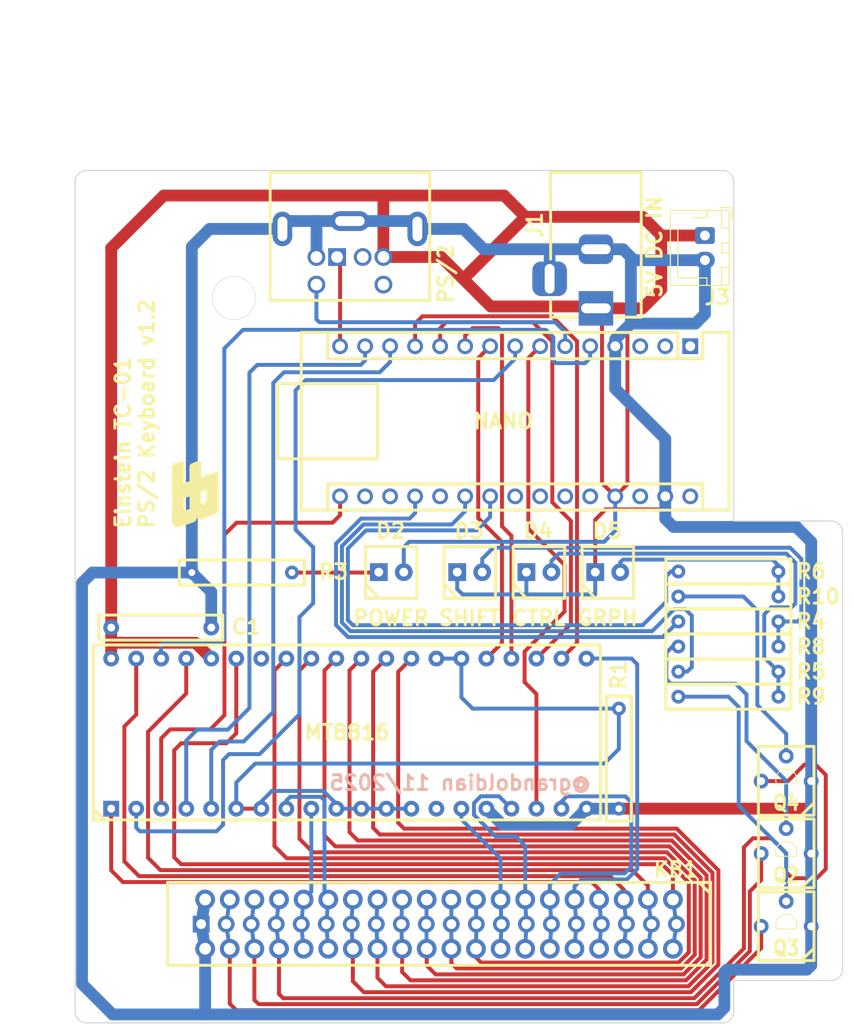
<source format=kicad_pcb>
(kicad_pcb (version 20241229) (generator "pcbnew") (generator_version "9.0")
  (layers (0 "F.Cu" signal) (2 "B.Cu" signal) (13 "F.Paste" user) (15 "B.Paste" user) (5 "F.SilkS" user "F.Silkscreen") (7 "B.SilkS" user "B.Silkscreen") (1 "F.Mask" user) (3 "B.Mask" user) (25 "Edge.Cuts" user))
  (net 0 "")
  (net 1 "GND")
  (net 2 "+5V")
  (net 3 "Net-(D2-K)")
  (net 4 "PS2-DATA")
  (net 6 "PS2-CLK")
  (net 8 "~{CTRL}")
  (net 9 "Y0")
  (net 10 "Y1")
  (net 11 "Y2")
  (net 12 "Y3")
  (net 13 "Y4")
  (net 14 "Y5")
  (net 15 "~{SHIFT}")
  (net 16 "Net-(D3-A)")
  (net 17 "Net-(D4-A)")
  (net 18 "X0")
  (net 19 "X1")
  (net 20 "X2")
  (net 21 "X3")
  (net 22 "X4")
  (net 23 "X5")
  (net 24 "X6")
  (net 25 "X7")
  (net 26 "Y7")
  (net 27 "~{GRPH}")
  (net 28 "Net-(D5-A)")
  (net 29 "Net-(U1-X10)")
  (net 30 "Y6")
  (net 31 "AY2")
  (net 32 "MTDATA")
  (net 33 "AX3")
  (net 34 "AX0")
  (net 35 "GRPH")
  (net 36 "SHIFT")
  (net 37 "CTRL")
  (net 39 "AX1")
  (net 40 "AX2")
  (net 41 "AY0")
  (net 42 "AY1")
  (net 43 "MTSTROBE")
  (net 45 "MTRESET")
  (net 58 "Net-(Q2-B)")
  (net 59 "Net-(Q3-B)")
  (net 60 "Net-(Q4-B)")
  (footprint "Einstein:Resistor 10.16mm" (layer "F.Cu") (at 230.19 103.47 180)
    (property "Reference" "R5")
    (property "Value" "470R")
  )
  (footprint "Einstein:Resistor 10.16mm" (layer "F.Cu") (at 230.19 98.38 180)
    (property "Reference" "R4")
    (property "Value" "470R")
  )
  (footprint "Connector_JST:JST_XH_B2B-XH-AM_1x02_P2.50mm_Vertical" (layer "F.Cu") (at 222.73 59.2 -90)
    (property "Reference" "J3")
    (property "Value" "5V DC IN" (hide yes))
  )
  (footprint "Einstein:BarrelJack_Horizontal" (layer "F.Cu") (at 211.66 66.59 -90)
    (property "Reference" "J1")
    (property "Value" "5V DC IN")
  )
  (footprint "Einstein:Resistor 10.16mm" (layer "F.Cu") (at 230.19 106.01 180)
    (property "Reference" "R9")
    (property "Value" "1K")
  )
  (footprint "Einstein:LED_D3.0mm" (layer "F.Cu") (at 211.59 93.37)
    (property "Reference" "D5")
    (property "Value" "GRPH")
  )
  (footprint "Arduino:Arduino_Nano_WithMountingHoles" (layer "F.Cu") (at 221.24 70.435 -90)
    (property "Reference" "U2" (hide yes))
    (property "Value" "NANO")
  )
  (footprint "Einstein:LED_D3.0mm" (layer "F.Cu") (at 204.6 93.37)
    (property "Reference" "D4")
    (property "Value" "CTRL")
  )
  (footprint "Einstein:Transistor - Box 1 (Leg Rear)" (layer "F.Cu") (at 228.44 129.33)
    (property "Reference" "Q3")
    (property "Value" "BC517")
  )
  (footprint "Einstein:DIP-40_W15.24mm" (layer "F.Cu") (at 162.48 117.39 90)
    (property "Reference" "U1" (hide yes))
    (property "Value" "MT8816")
  )
  (footprint "Einstein:Resistor 10.16mm" (layer "F.Cu") (at 230.19 93.3 180)
    (property "Reference" "R6")
    (property "Value" "470R")
  )
  (footprint "Einstein:Transistor - Box 1 (Leg Rear)" (layer "F.Cu") (at 228.44 121.94)
    (property "Reference" "Q2")
    (property "Value" "BC517")
  )
  (footprint "Einstein:LED_D3.0mm" (layer "F.Cu") (at 197.575 93.37)
    (property "Reference" "D3")
    (property "Value" "SHIFT")
  )
  (footprint "Einstein:LED_D3.0mm" (layer "F.Cu") (at 189.61 93.37)
    (property "Reference" "D2")
    (property "Value" "POWER")
  )
  (footprint "Einstein:Resistor 10.16mm" (layer "F.Cu") (at 180.79 93.41 180)
    (property "Reference" "R3")
    (property "Value" "1K")
  )
  (footprint "Einstein:Transistor - Box 1 (Leg Rear)" (layer "F.Cu") (at 228.44 114.58)
    (property "Reference" "Q4")
    (property "Value" "BC517")
  )
  (footprint "Einstein:Resistor 10.16mm" (layer "F.Cu") (at 213.99 107.22 -90)
    (property "Reference" "R1")
    (property "Value" "10K")
  )
  (footprint "Einstein:Keyboard_Triple" (layer "F.Cu") (at 219.48 126.6 -90)
    (property "Reference" "KB1")
    (property "Value" "COMPUTER INTERFACE")
  )
  (footprint "Einstein:Resistor 10.16mm" (layer "F.Cu") (at 230.19 95.84 180)
    (property "Reference" "R10")
    (property "Value" "1K")
  )
  (footprint "Arduino:Connector_Mini-DIN_Female_6Pin_2rows" (layer "F.Cu") (at 185.38 61.38 180)
    (property "Reference" "J2" (hide yes))
    (property "Value" "PS/2")
  )
  (footprint "Einstein:C_Disc_10.16mm" (layer "F.Cu") (at 162.4425 98.9975)
    (property "Reference" "C1")
    (property "Value" "100nF")
  )
  (footprint "Einstein:BF8" (layer "F.Cu") (at 171.02 85.37 90)
    (property "Reference" "G1" (hide yes))
    (property "Value" "Board Folk Logo" (hide yes))
  )
  (footprint "Einstein:Resistor 10.16mm" (layer "F.Cu") (at 230.19 100.92 180)
    (property "Reference" "R8")
    (property "Value" "1K")
  )
  (gr_line (start 225.66 88.18) (end 235.559956 88.18) (stroke (width 0.1)) (layer "Edge.Cuts"))
  (gr_arc (start 225.65 137.98) (mid 225.316089 138.786133) (end 224.509956 139.120044) (stroke (width 0.1)) (layer "Edge.Cuts"))
  (gr_line (start 225.65 134.819999) (end 225.65 137.98) (stroke (width 0.1)) (layer "Edge.Cuts"))
  (gr_line (start 235.559956 134.820088) (end 225.65 134.819999) (stroke (width 0.1)) (layer "Edge.Cuts"))
  (gr_circle (center 174.9 65.55) (end 177.1 65.55) (stroke (width 0.05)) (fill no) (layer "Edge.Cuts"))
  (gr_arc (start 158.779956 53.730044) (mid 159.113867 52.923911) (end 159.92 52.59) (stroke (width 0.1)) (layer "Edge.Cuts"))
  (gr_arc (start 159.920044 139.120044) (mid 159.113911 138.786133) (end 158.78 137.98) (stroke (width 0.1)) (layer "Edge.Cuts"))
  (gr_line (start 236.7 89.320044) (end 236.699999 133.680044) (stroke (width 0.1)) (layer "Edge.Cuts"))
  (gr_line (start 159.919984 52.59) (end 224.519956 52.59) (stroke (width 0.1)) (layer "Edge.Cuts"))
  (gr_arc (start 235.559956 88.18) (mid 236.366089 88.513911) (end 236.7 89.320044) (stroke (width 0.1)) (layer "Edge.Cuts"))
  (gr_line (start 225.66 53.73) (end 225.66 88.18) (stroke (width 0.1)) (layer "Edge.Cuts"))
  (gr_line (start 224.509956 139.120044) (end 159.92 139.120044) (stroke (width 0.1)) (layer "Edge.Cuts"))
  (gr_arc (start 224.52 52.59) (mid 225.326133 52.923911) (end 225.660044 53.730044) (stroke (width 0.1)) (layer "Edge.Cuts"))
  (gr_arc (start 236.7 133.680044) (mid 236.366089 134.486177) (end 235.559956 134.820088) (stroke (width 0.1)) (layer "Edge.Cuts"))
  (gr_line (start 158.78 137.98) (end 158.78 53.740015) (stroke (width 0.1)) (layer "Edge.Cuts"))
  (gr_text "Einstein TC-01\nPS/2 Keyboard v1.2" (at 166.92474 89.096897 90) (layer "F.SilkS") (effects (font (size 1.5 1.5) (thickness 0.3) (bold yes)) (justify left bottom)))
  (gr_text "@grandoldian 11/2025" (at 211.32 115.63 0) (layer "B.SilkS") (effects (font (size 1.5 1.5) (thickness 0.3) (bold yes)) (justify left bottom mirror)))
  (segment (start 218.54 87) (end 218.7 86.84) (width 0.4) (layer "F.Cu") (net 1))
  (segment (start 212.64 87) (end 218.54 87) (width 0.4) (layer "F.Cu") (net 1))
  (segment (start 233.52 117.38) (end 233.52 114.58) (width 1.2) (layer "F.Cu") (net 1))
  (segment (start 233.52 117.38) (end 233.52 121.94) (width 1.2) (layer "F.Cu") (net 1))
  (segment (start 211.59 93.37) (end 211.59 88.05) (width 0.4) (layer "F.Cu") (net 1))
  (segment (start 218.7 86.84) (end 218.7 85.675) (width 0.4) (layer "F.Cu") (net 1))
  (segment (start 213.99 117.38) (end 233.52 117.38) (width 1.2) (layer "F.Cu") (net 1))
  (segment (start 211.59 88.05) (end 212.64 87) (width 0.4) (layer "F.Cu") (net 1))
  (segment (start 198.22 58.53) (end 200.28 60.59) (width 1.2) (layer "B.Cu") (net 1))
  (segment (start 183.28 61.38) (end 183.29 61.37) (width 1.2) (layer "B.Cu") (net 1))
  (segment (start 206.84 60.59) (end 211.66 60.59) (width 1.2) (layer "B.Cu") (net 1))
  (segment (start 215.21 68.14) (end 221.76 68.14) (width 1.2) (layer "B.Cu") (net 1))
  (segment (start 214.41 60.59) (end 211.66 60.59) (width 1.2) (layer "B.Cu") (net 1))
  (segment (start 206.96 60.71) (end 206.84 60.59) (width 1.2) (layer "B.Cu") (net 1))
  (segment (start 233.52 133.29) (end 233.09 133.72) (width 1.2) (layer "B.Cu") (net 1))
  (segment (start 233.52 90.301) (end 232.04 88.821) (width 1.2) (layer "B.Cu") (net 1))
  (segment (start 209.099 118.981) (end 210.7 117.38) (width 1.2) (layer "B.Cu") (net 1))
  (segment (start 159.481 135.171) (end 159.481 94.459) (width 1.2) (layer "B.Cu") (net 1))
  (segment (start 222.73 67.17) (end 222.73 61.7) (width 1.2) (layer "B.Cu") (net 1))
  (segment (start 218.7 85.675) (end 218.7 79.83) (width 1.2) (layer "B.Cu") (net 1))
  (segment (start 233.52 114.58) (end 233.52 90.301) (width 1.2) (layer "B.Cu") (net 1))
  (segment (start 233.52 129.33) (end 233.52 121.94) (width 1.2) (layer "B.Cu") (net 1))
  (segment (start 213.62 74.75) (end 213.62 70.435) (width 1.2) (layer "B.Cu") (net 1))
  (segment (start 197.575 93.37) (end 197.575 95.085) (width 0.4) (layer "B.Cu") (net 1))
  (segment (start 215.21 61.39) (end 214.41 60.59) (width 1.2) (layer "B.Cu") (net 1))
  (segment (start 232.04 88.821) (end 232.04 88.781) (width 1.2) (layer "B.Cu") (net 1))
  (segment (start 186.68 57.73) (end 192.73 57.73) (width 1.2) (layer "B.Cu") (net 1))
  (segment (start 183.29 57.73) (end 180.63 57.73) (width 1.2) (layer "B.Cu") (net 1))
  (segment (start 171.89 138.27) (end 162.58 138.27) (width 1.2) (layer "B.Cu") (net 1))
  (segment (start 160.53 93.41) (end 170.63 93.41) (width 1.2) (layer "B.Cu") (net 1))
  (segment (start 197.575 95.085) (end 198.12 95.63) (width 0.4) (layer "B.Cu") (net 1))
  (segment (start 180.63 57.73) (end 179.83 58.53) (width 1.2) (layer "B.Cu") (net 1))
  (segment (start 232.04 88.781) (end 219.531 88.781) (width 1.2) (layer "B.Cu") (net 1))
  (segment (start 171.98 131.6) (end 171.58 129.1) (width 1.2) (layer "B.Cu") (net 1))
  (segment (start 224.7 133.98) (end 224.7 137.59) (width 1.2) (layer "B.Cu") (net 1))
  (segment (start 222.73 61.7) (end 215.52 61.7) (width 1.2) (layer "B.Cu") (net 1))
  (segment (start 211.59 93.37) (end 211.59 95.62) (width 0.4) (layer "B.Cu") (net 1))
  (segment (start 172.6025 95.3825) (end 170.63 93.41) (width 1.2) (layer "B.Cu") (net 1))
  (segment (start 224.7 137.59) (end 224.02 138.27) (width 1.2) (layer "B.Cu") (net 1))
  (segment (start 218.7 87.95) (end 218.7 85.675) (width 1.2) (layer "B.Cu") (net 1))
  (segment (start 202.141 118.981) (end 209.099 118.981) (width 1.2) (layer "B.Cu") (net 1))
  (segment (start 213.62 69.73) (end 215.21 68.14) (width 1.2) (layer "B.Cu") (net 1))
  (segment (start 218.7 79.83) (end 213.62 74.75) (width 1.2) (layer "B.Cu") (net 1))
  (segment (start 198.12 95.63) (end 204.59 95.63) (width 0.4) (layer "B.Cu") (net 1))
  (segment (start 171.98 138.18) (end 171.89 138.27) (width 1.2) (layer "B.Cu") (net 1))
  (segment (start 193.53 58.53) (end 198.22 58.53) (width 1.2) (layer "B.Cu") (net 1))
  (segment (start 171.58 129.1) (end 171.98 126.6) (width 1.2) (layer "B.Cu") (net 1))
  (segment (start 204.6 95.62) (end 204.59 95.63) (width 0.4) (layer "B.Cu") (net 1))
  (segment (start 162.58 138.27) (end 159.481 135.171) (width 1.2) (layer "B.Cu") (net 1))
  (segment (start 200.54 117.38) (end 202.141 118.981) (width 1.2) (layer "B.Cu") (net 1))
  (segment (start 215.52 61.7) (end 215.21 61.39) (width 1.2) (layer "B.Cu") (net 1))
  (segment (start 200.28 60.59) (end 206.84 60.59) (width 1.2) (layer "B.Cu") (net 1))
  (segment (start 183.29 61.37) (end 183.29 57.73) (width 1.2) (layer "B.Cu") (net 1))
  (segment (start 186.68 57.73) (end 183.29 57.73) (width 1.2) (layer "B.Cu") (net 1))
  (segment (start 206.96 63.59) (end 206.96 60.71) (width 1.2) (layer "B.Cu") (net 1))
  (segment (start 172.43 58.53) (end 179.83 58.53) (width 1.2) (layer "B.Cu") (net 1))
  (segment (start 172.6025 98.9975) (end 172.6025 95.3825) (width 1.2) (layer "B.Cu") (net 1))
  (segment (start 221.76 68.14) (end 222.73 67.17) (width 1.2) (layer "B.Cu") (net 1))
  (segment (start 170.63 93.41) (end 170.63 60.33) (width 1.2) (layer "B.Cu") (net 1))
  (segment (start 211.59 95.62) (end 211.58 95.63) (width 0.4) (layer "B.Cu") (net 1))
  (segment (start 233.52 121.94) (end 233.52 114.58) (width 1.2) (layer "B.Cu") (net 1))
  (segment (start 233.52 129.33) (end 233.52 133.29) (width 1.2) (layer "B.Cu") (net 1))
  (segment (start 213.62 70.435) (end 213.62 69.73) (width 1.2) (layer "B.Cu") (net 1))
  (segment (start 204.6 93.37) (end 204.6 95.62) (width 0.4) (layer "B.Cu") (net 1))
  (segment (start 204.59 95.63) (end 211.58 95.63) (width 0.4) (layer "B.Cu") (net 1))
  (segment (start 224.96 133.72) (end 224.7 133.98) (width 1.2) (layer "B.Cu") (net 1))
  (segment (start 215.21 68.14) (end 215.21 61.39) (width 1.2) (layer "B.Cu") (net 1))
  (segment (start 233.09 133.72) (end 224.96 133.72) (width 1.2) (layer "B.Cu") (net 1))
  (segment (start 159.481 94.459) (end 160.53 93.41) (width 1.2) (layer "B.Cu") (net 1))
  (segment (start 170.63 60.33) (end 172.43 58.53) (width 1.2) (layer "B.Cu") (net 1))
  (segment (start 219.531 88.781) (end 218.7 87.95) (width 1.2) (layer "B.Cu") (net 1))
  (segment (start 210.7 117.38) (end 213.99 117.38) (width 1.2) (layer "B.Cu") (net 1))
  (segment (start 224.02 138.27) (end 171.89 138.27) (width 1.2) (layer "B.Cu") (net 1))
  (segment (start 171.98 131.6) (end 171.98 138.18) (width 1.2) (layer "B.Cu") (net 1))
  (segment (start 192.73 57.73) (end 193.53 58.53) (width 1.2) (layer "B.Cu") (net 1))
  (segment (start 216.4 57.3) (end 204.5 57.3) (width 1.2) (layer "F.Cu") (net 2))
  (segment (start 162.4425 98.9975) (end 162.4425 100.55) (width 1.2) (layer "F.Cu") (net 2))
  (segment (start 190.08 61.38) (end 195.95 61.38) (width 1.2) (layer "F.Cu") (net 2))
  (segment (start 162.4425 60.4675) (end 167.77 55.14) (width 1.2) (layer "F.Cu") (net 2))
  (segment (start 190.08 61.38) (end 190.08 55.16) (width 1.2) (layer "F.Cu") (net 2))
  (segment (start 218.3 59.2) (end 218.3 64.67) (width 1.2) (layer "F.Cu") (net 2))
  (segment (start 218.3 64.67) (end 216.38 66.59) (width 1.2) (layer "F.Cu") (net 2))
  (segment (start 200.967 66.397) (end 211.467 66.397) (width 1.2) (layer "F.Cu") (net 2))
  (segment (start 202.34 55.14) (end 204.5 57.3) (width 1.2) (layer "F.Cu") (net 2))
  (segment (start 170.999 100.539) (end 172.6 102.14) (width 1.2) (layer "F.Cu") (net 2))
  (segment (start 212.281 84.336) (end 212.281 67.211) (width 0.4) (layer "F.Cu") (net 2))
  (segment (start 190.08 55.16) (end 190.1 55.14) (width 1.2) (layer "F.Cu") (net 2))
  (segment (start 162.4425 100.55) (end 162.4425 102.1375) (width 1.2) (layer "F.Cu") (net 2))
  (segment (start 190.1 55.14) (end 202.34 55.14) (width 1.2) (layer "F.Cu") (net 2))
  (segment (start 195.95 61.38) (end 198.155 63.585) (width 1.2) (layer "F.Cu") (net 2))
  (segment (start 218.3 59.2) (end 216.4 57.3) (width 1.2) (layer "F.Cu") (net 2))
  (segment (start 167.77 55.14) (end 190.1 55.14) (width 1.2) (layer "F.Cu") (net 2))
  (segment (start 214.959 84.336) (end 214.86 84.237) (width 0.4) (layer "F.Cu") (net 2))
  (segment (start 198.215 63.585) (end 198.155 63.585) (width 1.2) (layer "F.Cu") (net 2))
  (segment (start 162.4425 102.1375) (end 162.44 102.14) (width 1.2) (layer "F.Cu") (net 2))
  (segment (start 198.155 63.585) (end 200.967 66.397) (width 1.2) (layer "F.Cu") (net 2))
  (segment (start 213.62 85.675) (end 214.959 84.336) (width 0.4) (layer "F.Cu") (net 2))
  (segment (start 162.4425 100.55) (end 162.4535 100.539) (width 1.2) (layer "F.Cu") (net 2))
  (segment (start 214.86 84.237) (end 214.86 66.78) (width 0.4) (layer "F.Cu") (net 2))
  (segment (start 204.5 57.3) (end 198.215 63.585) (width 1.2) (layer "F.Cu") (net 2))
  (segment (start 212.281 84.336) (end 213.62 85.675) (width 0.4) (layer "F.Cu") (net 2))
  (segment (start 216.38 66.59) (end 212.33 66.59) (width 1.2) (layer "F.Cu") (net 2))
  (segment (start 162.4535 100.539) (end 170.999 100.539) (width 1.2) (layer "F.Cu") (net 2))
  (segment (start 222.73 59.2) (end 218.3 59.2) (width 1.2) (layer "F.Cu") (net 2))
  (segment (start 162.4425 98.9975) (end 162.4425 60.4675) (width 1.2) (layer "F.Cu") (net 2))
  (segment (start 212.49 90.29) (end 192.69 90.29) (width 0.4) (layer "B.Cu") (net 2))
  (segment (start 213.62 85.675) (end 213.62 89.16) (width 0.4) (layer "B.Cu") (net 2))
  (segment (start 192.69 90.29) (end 192.15 90.83) (width 0.4) (layer "B.Cu") (net 2))
  (segment (start 192.15 90.83) (end 192.15 93.37) (width 0.4) (layer "B.Cu") (net 2))
  (segment (start 213.62 89.16) (end 212.49 90.29) (width 0.4) (layer "B.Cu") (net 2))
  (segment (start 189.57 93.41) (end 189.61 93.37) (width 0.4) (layer "F.Cu") (net 3))
  (segment (start 180.79 93.41) (end 189.57 93.41) (width 0.4) (layer "F.Cu") (net 3))
  (segment (start 185.68 61.68) (end 185.38 61.38) (width 0.4) (layer "F.Cu") (net 4))
  (segment (start 185.68 70.435) (end 185.68 61.68) (width 0.4) (layer "F.Cu") (net 4))
  (segment (start 208.54 69.01) (end 207.53 68) (width 0.4) (layer "B.Cu") (net 6))
  (segment (start 183.28 67.7) (end 183.28 64.18) (width 0.4) (layer "B.Cu") (net 6))
  (segment (start 183.58 68) (end 183.28 67.7) (width 0.4) (layer "B.Cu") (net 6))
  (segment (start 207.53 68) (end 183.58 68) (width 0.4) (layer "B.Cu") (net 6))
  (segment (start 208.54 70.435) (end 208.54 69.01) (width 0.4) (layer "B.Cu") (net 6))
  (segment (start 175.14 137.84) (end 174.48 137.18) (width 0.4) (layer "F.Cu") (net 8))
  (segment (start 222.139942 137.84) (end 175.14 137.84) (width 0.4) (layer "F.Cu") (net 8))
  (segment (start 228.44 129.33) (end 228.44 131.539942) (width 0.4) (layer "F.Cu") (net 8))
  (segment (start 174.48 137.18) (end 174.48 131.6) (width 0.4) (layer "F.Cu") (net 8))
  (segment (start 228.44 131.539942) (end 222.139942 137.84) (width 0.4) (layer "F.Cu") (net 8))
  (segment (start 174.48 126.6) (end 174.12 129.1) (width 0.4) (layer "B.Cu") (net 8))
  (segment (start 174.12 129.1) (end 174.48 131.6) (width 0.4) (layer "B.Cu") (net 8))
  (segment (start 169.539 123.019) (end 168.84 122.32) (width 0.4) (layer "F.Cu") (net 9))
  (segment (start 175.14 109.73) (end 175.14 102.14) (width 0.4) (layer "F.Cu") (net 9))
  (segment (start 169.55 110.74) (end 174.13 110.74) (width 0.4) (layer "F.Cu") (net 9))
  (segment (start 219.48 126.6) (end 219.48 124.12) (width 0.4) (layer "F.Cu") (net 9))
  (segment (start 168.84 111.45) (end 169.55 110.74) (width 0.4) (layer "F.Cu") (net 9))
  (segment (start 174.13 110.74) (end 175.14 109.73) (width 0.4) (layer "F.Cu") (net 9))
  (segment (start 218.379 123.019) (end 169.539 123.019) (width 0.4) (layer "F.Cu") (net 9))
  (segment (start 219.48 124.12) (end 218.379 123.019) (width 0.4) (layer "F.Cu") (net 9))
  (segment (start 168.84 122.32) (end 168.84 111.45) (width 0.4) (layer "F.Cu") (net 9))
  (segment (start 219.48 126.6) (end 219.84 129.1) (width 0.4) (layer "B.Cu") (net 9))
  (segment (start 219.84 129.1) (end 219.48 131.6) (width 0.4) (layer "B.Cu") (net 9))
  (segment (start 216.94 125.2) (end 215.36 123.62) (width 0.4) (layer "F.Cu") (net 10))
  (segment (start 170.06 105.69) (end 170.06 102.14) (width 0.4) (layer "F.Cu") (net 10))
  (segment (start 166.181 109.569) (end 170.06 105.69) (width 0.4) (layer "F.Cu") (net 10))
  (segment (start 216.94 126.6) (end 216.94 125.2) (width 0.4) (layer "F.Cu") (net 10))
  (segment (start 166.181 122.361) (end 166.181 109.569) (width 0.4) (layer "F.Cu") (net 10))
  (segment (start 215.36 123.62) (end 167.44 123.62) (width 0.4) (layer "F.Cu") (net 10))
  (segment (start 167.44 123.62) (end 166.181 122.361) (width 0.4) (layer "F.Cu") (net 10))
  (segment (start 216.94 126.6) (end 217.3 129.1) (width 0.4) (layer "B.Cu") (net 10))
  (segment (start 217.3 129.1) (end 216.94 131.6) (width 0.4) (layer "B.Cu") (net 10))
  (segment (start 165.269 124.229) (end 163.779 122.739) (width 0.4) (layer "F.Cu") (net 11))
  (segment (start 213.119 124.229) (end 165.269 124.229) (width 0.4) (layer "F.Cu") (net 11))
  (segment (start 164.98 107.83) (end 164.98 102.14) (width 0.4) (layer "F.Cu") (net 11))
  (segment (start 214.48 126.6) (end 214.48 125.59) (width 0.4) (layer "F.Cu") (net 11))
  (segment (start 163.779 109.031) (end 164.98 107.83) (width 0.4) (layer "F.Cu") (net 11))
  (segment (start 214.48 125.59) (end 213.119 124.229) (width 0.4) (layer "F.Cu") (net 11))
  (segment (start 163.779 122.739) (end 163.779 109.031) (width 0.4) (layer "F.Cu") (net 11))
  (segment (start 214.48 126.6) (end 214.76 129.1) (width 0.4) (layer "B.Cu") (net 11))
  (segment (start 214.76 129.1) (end 214.48 131.6) (width 0.4) (layer "B.Cu") (net 11))
  (segment (start 211.98 125.57) (end 211.98 126.6) (width 0.4) (layer "F.Cu") (net 12))
  (segment (start 162.44 117.38) (end 162.44 123.64) (width 0.4) (layer "F.Cu") (net 12))
  (segment (start 211.24 124.83) (end 211.98 125.57) (width 0.4) (layer "F.Cu") (net 12))
  (segment (start 163.63 124.83) (end 211.24 124.83) (width 0.4) (layer "F.Cu") (net 12))
  (segment (start 162.44 123.64) (end 163.63 124.83) (width 0.4) (layer "F.Cu") (net 12))
  (segment (start 211.98 126.6) (end 212.22 129.1) (width 0.4) (layer "B.Cu") (net 12))
  (segment (start 212.22 129.1) (end 211.98 131.6) (width 0.4) (layer "B.Cu") (net 12))
  (segment (start 209.68 129.1) (end 209.48 131.6) (width 0.4) (layer "B.Cu") (net 13))
  (segment (start 215.851 102.721) (end 215.27 102.14) (width 0.4) (layer "B.Cu") (net 13))
  (segment (start 215.27 102.14) (end 210.7 102.14) (width 0.4) (layer "B.Cu") (net 13))
  (segment (start 209.48 126.6) (end 209.68 129.1) (width 0.4) (layer "B.Cu") (net 13))
  (segment (start 214.809942 124.56) (end 215.851 123.518942) (width 0.4) (layer "B.Cu") (net 13))
  (segment (start 210.2 124.56) (end 214.809942 124.56) (width 0.4) (layer "B.Cu") (net 13))
  (segment (start 209.48 125.28) (end 210.2 124.56) (width 0.4) (layer "B.Cu") (net 13))
  (segment (start 209.48 126.6) (end 209.48 125.28) (width 0.4) (layer "B.Cu") (net 13))
  (segment (start 215.851 123.518942) (end 215.851 102.721) (width 0.4) (layer "B.Cu") (net 13))
  (segment (start 208.1 123.95) (end 206.98 125.07) (width 0.4) (layer "B.Cu") (net 14))
  (segment (start 206.98 126.6) (end 207.14 129.1) (width 0.4) (layer "B.Cu") (net 14))
  (segment (start 215.25 123.27) (end 214.57 123.95) (width 0.4) (layer "B.Cu") (net 14))
  (segment (start 208.71 116.13) (end 214.65 116.13) (width 0.4) (layer "B.Cu") (net 14))
  (segment (start 215.25 116.73) (end 215.25 123.27) (width 0.4) (layer "B.Cu") (net 14))
  (segment (start 214.57 123.95) (end 208.1 123.95) (width 0.4) (layer "B.Cu") (net 14))
  (segment (start 206.98 125.07) (end 206.98 126.6) (width 0.4) (layer "B.Cu") (net 14))
  (segment (start 208.16 117.38) (end 208.16 116.68) (width 0.4) (layer "B.Cu") (net 14))
  (segment (start 207.14 129.1) (end 206.98 131.6) (width 0.4) (layer "B.Cu") (net 14))
  (segment (start 208.16 116.68) (end 208.71 116.13) (width 0.4) (layer "B.Cu") (net 14))
  (segment (start 214.65 116.13) (end 215.25 116.73) (width 0.4) (layer "B.Cu") (net 14))
  (segment (start 177.411 137.221) (end 221.909 137.221) (width 0.4) (layer "F.Cu") (net 15))
  (segment (start 176.98 131.6) (end 176.98 136.79) (width 0.4) (layer "F.Cu") (net 15))
  (segment (start 221.909 137.221) (end 227.289 131.841) (width 0.4) (layer "F.Cu") (net 15))
  (segment (start 176.98 136.79) (end 177.411 137.221) (width 0.4) (layer "F.Cu") (net 15))
  (segment (start 227.289 131.841) (end 227.289 125.781) (width 0.4) (layer "F.Cu") (net 15))
  (segment (start 228.44 124.63) (end 228.44 121.94) (width 0.4) (layer "F.Cu") (net 15))
  (segment (start 227.289 125.781) (end 228.44 124.63) (width 0.4) (layer "F.Cu") (net 15))
  (segment (start 176.98 126.6) (end 176.66 129.1) (width 0.4) (layer "B.Cu") (net 15))
  (segment (start 176.66 129.1) (end 176.98 131.6) (width 0.4) (layer "B.Cu") (net 15))
  (segment (start 231.381 90.891) (end 232.519 92.029) (width 0.4) (layer "B.Cu") (net 16))
  (segment (start 200.115 93.37) (end 200.115 92.016) (width 0.4) (layer "B.Cu") (net 16))
  (segment (start 232.519 92.029) (end 232.519 98.011) (width 0.4) (layer "B.Cu") (net 16))
  (segment (start 232.15 98.38) (end 230.19 98.38) (width 0.4) (layer "B.Cu") (net 16))
  (segment (start 201.24 90.891) (end 231.381 90.891) (width 0.4) (layer "B.Cu") (net 16))
  (segment (start 232.519 98.011) (end 232.15 98.38) (width 0.4) (layer "B.Cu") (net 16))
  (segment (start 200.115 92.016) (end 201.24 90.891) (width 0.4) (layer "B.Cu") (net 16))
  (segment (start 230.19 98.38) (end 230.19 100.92) (width 0.4) (layer "B.Cu") (net 16))
  (segment (start 228.75 97.65) (end 228.75 102.04) (width 0.4) (layer "B.Cu") (net 17))
  (segment (start 231.918 92.408) (end 231.918 96.54) (width 0.4) (layer "B.Cu") (net 17))
  (segment (start 231.517 96.941) (end 229.459 96.941) (width 0.4) (layer "B.Cu") (net 17))
  (segment (start 229.459 96.941) (end 228.75 97.65) (width 0.4) (layer "B.Cu") (net 17))
  (segment (start 228.75 102.04) (end 228.76 102.04) (width 0.4) (layer "B.Cu") (net 17))
  (segment (start 207.888 91.492) (end 231.002 91.492) (width 0.4) (layer "B.Cu") (net 17))
  (segment (start 230.19 103.47) (end 230.19 106.01) (width 0.4) (layer "B.Cu") (net 17))
  (segment (start 207.14 92.24) (end 207.888 91.492) (width 0.4) (layer "B.Cu") (net 17))
  (segment (start 231.002 91.492) (end 231.918 92.408) (width 0.4) (layer "B.Cu") (net 17))
  (segment (start 228.76 102.04) (end 230.19 103.47) (width 0.4) (layer "B.Cu") (net 17))
  (segment (start 231.918 96.54) (end 231.517 96.941) (width 0.4) (layer "B.Cu") (net 17))
  (segment (start 207.14 93.37) (end 207.14 92.24) (width 0.4) (layer "B.Cu") (net 17))
  (segment (start 200.001 133.001) (end 199.48 132.48) (width 0.4) (layer "F.Cu") (net 18))
  (segment (start 199.48 132.48) (end 199.48 131.6) (width 0.4) (layer "F.Cu") (net 18))
  (segment (start 221.091 131.959) (end 221.01 132.04) (width 0.4) (layer "F.Cu") (net 18))
  (segment (start 218.627942 122.418) (end 221.091 124.881058) (width 0.4) (layer "F.Cu") (net 18))
  (segment (start 221.01 132.051314) (end 220.060314 133.001) (width 0.4) (layer "F.Cu") (net 18))
  (segment (start 220.060314 133.001) (end 200.001 133.001) (width 0.4) (layer "F.Cu") (net 18))
  (segment (start 179.019 121.177) (end 180.26 122.418) (width 0.4) (layer "F.Cu") (net 18))
  (segment (start 180.26 122.418) (end 218.627942 122.418) (width 0.4) (layer "F.Cu") (net 18))
  (segment (start 179.019 103.341) (end 179.019 121.177) (width 0.4) (layer "F.Cu") (net 18))
  (segment (start 180.22 102.14) (end 179.019 103.341) (width 0.4) (layer "F.Cu") (net 18))
  (segment (start 221.01 132.04) (end 221.01 132.051314) (width 0.4) (layer "F.Cu") (net 18))
  (segment (start 221.091 124.881058) (end 221.091 131.959) (width 0.4) (layer "F.Cu") (net 18))
  (segment (start 199.52 129.1) (end 199.48 131.6) (width 0.4) (layer "B.Cu") (net 18))
  (segment (start 199.48 126.6) (end 199.52 129.1) (width 0.4) (layer "B.Cu") (net 18))
  (segment (start 221.692 132.219256) (end 220.309256 133.602) (width 0.4) (layer "F.Cu") (net 19))
  (segment (start 221.692 124.632116) (end 221.692 132.219256) (width 0.4) (layer "F.Cu") (net 19))
  (segment (start 220.309256 133.602) (end 197.522 133.602) (width 0.4) (layer "F.Cu") (net 19))
  (segment (start 181.559 120.439) (end 182.93 121.81) (width 0.4) (layer "F.Cu") (net 19))
  (segment (start 197.522 133.602) (end 196.98 133.06) (width 0.4) (layer "F.Cu") (net 19))
  (segment (start 182.93 121.81) (end 218.869884 121.81) (width 0.4) (layer "F.Cu") (net 19))
  (segment (start 196.98 133.06) (end 196.98 131.6) (width 0.4) (layer "F.Cu") (net 19))
  (segment (start 181.559 103.341) (end 181.559 120.439) (width 0.4) (layer "F.Cu") (net 19))
  (segment (start 218.869884 121.81) (end 221.692 124.632116) (width 0.4) (layer "F.Cu") (net 19))
  (segment (start 182.76 102.14) (end 181.559 103.341) (width 0.4) (layer "F.Cu") (net 19))
  (segment (start 196.98 126.6) (end 196.98 129.1) (width 0.4) (layer "B.Cu") (net 19))
  (segment (start 196.98 129.1) (end 196.98 131.6) (width 0.4) (layer "B.Cu") (net 19))
  (segment (start 222.293 124.383174) (end 222.293 132.468198) (width 0.4) (layer "F.Cu") (net 20))
  (segment (start 185.3 102.14) (end 184.099 103.341) (width 0.4) (layer "F.Cu") (net 20))
  (segment (start 220.558198 134.203) (end 195.383 134.203) (width 0.4) (layer "F.Cu") (net 20))
  (segment (start 185.199 121.209) (end 219.118826 121.209) (width 0.4) (layer "F.Cu") (net 20))
  (segment (start 195.383 134.203) (end 194.48 133.3) (width 0.4) (layer "F.Cu") (net 20))
  (segment (start 219.118826 121.209) (end 222.293 124.383174) (width 0.4) (layer "F.Cu") (net 20))
  (segment (start 194.48 133.3) (end 194.48 131.6) (width 0.4) (layer "F.Cu") (net 20))
  (segment (start 184.099 103.341) (end 184.099 120.109) (width 0.4) (layer "F.Cu") (net 20))
  (segment (start 222.293 132.468198) (end 220.558198 134.203) (width 0.4) (layer "F.Cu") (net 20))
  (segment (start 184.099 120.109) (end 185.199 121.209) (width 0.4) (layer "F.Cu") (net 20))
  (segment (start 194.44 129.1) (end 194.48 131.6) (width 0.4) (layer "B.Cu") (net 20))
  (segment (start 194.48 126.6) (end 194.44 129.1) (width 0.4) (layer "B.Cu") (net 20))
  (segment (start 222.894 132.71714) (end 220.80714 134.804) (width 0.4) (layer "F.Cu") (net 21))
  (segment (start 186.639 119.769) (end 187.478 120.608) (width 0.4) (layer "F.Cu") (net 21))
  (segment (start 219.367768 120.608) (end 222.894 124.134232) (width 0.4) (layer "F.Cu") (net 21))
  (segment (start 222.894 124.134232) (end 222.894 132.71714) (width 0.4) (layer "F.Cu") (net 21))
  (segment (start 186.639 103.341) (end 186.639 119.769) (width 0.4) (layer "F.Cu") (net 21))
  (segment (start 187.478 120.608) (end 219.367768 120.608) (width 0.4) (layer "F.Cu") (net 21))
  (segment (start 220.80714 134.804) (end 192.834 134.804) (width 0.4) (layer "F.Cu") (net 21))
  (segment (start 187.84 102.14) (end 186.639 103.341) (width 0.4) (layer "F.Cu") (net 21))
  (segment (start 192.834 134.804) (end 191.98 133.95) (width 0.4) (layer "F.Cu") (net 21))
  (segment (start 191.98 133.95) (end 191.98 131.6) (width 0.4) (layer "F.Cu") (net 21))
  (segment (start 191.98 126.6) (end 191.9 129.1) (width 0.4) (layer "B.Cu") (net 21))
  (segment (start 191.9 129.1) (end 191.98 131.6) (width 0.4) (layer "B.Cu") (net 21))
  (segment (start 190.38 102.14) (end 189.041 103.479) (width 0.4) (layer "F.Cu") (net 22))
  (segment (start 190.34 135.41) (end 189.48 134.55) (width 0.4) (layer "F.Cu") (net 22))
  (segment (start 223.495 132.966082) (end 221.051082 135.41) (width 0.4) (layer "F.Cu") (net 22))
  (segment (start 189.041 103.479) (end 189.041 119.331) (width 0.4) (layer "F.Cu") (net 22))
  (segment (start 189.041 119.331) (end 189.717 120.007) (width 0.4) (layer "F.Cu") (net 22))
  (segment (start 219.61671 120.007) (end 223.495 123.88529) (width 0.4) (layer "F.Cu") (net 22))
  (segment (start 189.717 120.007) (end 219.61671 120.007) (width 0.4) (layer "F.Cu") (net 22))
  (segment (start 223.495 123.88529) (end 223.495 132.966082) (width 0.4) (layer "F.Cu") (net 22))
  (segment (start 189.48 134.55) (end 189.48 131.6) (width 0.4) (layer "F.Cu") (net 22))
  (segment (start 221.051082 135.41) (end 190.34 135.41) (width 0.4) (layer "F.Cu") (net 22))
  (segment (start 189.36 129.1) (end 189.48 131.6) (width 0.4) (layer "B.Cu") (net 22))
  (segment (start 189.48 126.6) (end 189.36 129.1) (width 0.4) (layer "B.Cu") (net 22))
  (segment (start 224.096 133.215024) (end 221.300024 136.011) (width 0.4) (layer "F.Cu") (net 23))
  (segment (start 221.300024 136.011) (end 188.091 136.011) (width 0.4) (layer "F.Cu") (net 23))
  (segment (start 192.176 119.406) (end 219.865652 119.406) (width 0.4) (layer "F.Cu") (net 23))
  (segment (start 188.091 136.011) (end 186.98 134.9) (width 0.4) (layer "F.Cu") (net 23))
  (segment (start 191.581 118.811) (end 192.176 119.406) (width 0.4) (layer "F.Cu") (net 23))
  (segment (start 191.581 103.479) (end 191.581 118.811) (width 0.4) (layer "F.Cu") (net 23))
  (segment (start 186.98 134.9) (end 186.98 131.6) (width 0.4) (layer "F.Cu") (net 23))
  (segment (start 224.096 123.636348) (end 224.096 133.215024) (width 0.4) (layer "F.Cu") (net 23))
  (segment (start 192.92 102.14) (end 191.581 103.479) (width 0.4) (layer "F.Cu") (net 23))
  (segment (start 219.865652 119.406) (end 224.096 123.636348) (width 0.4) (layer "F.Cu") (net 23))
  (segment (start 186.82 129.1) (end 186.98 131.6) (width 0.4) (layer "B.Cu") (net 23))
  (segment (start 186.98 126.6) (end 186.82 129.1) (width 0.4) (layer "B.Cu") (net 23))
  (segment (start 180.22 116.58) (end 180.22 117.38) (width 0.4) (layer "B.Cu") (net 24))
  (segment (start 184.099 116.539) (end 183.739 116.179) (width 0.4) (layer "B.Cu") (net 24))
  (segment (start 180.621 116.179) (end 180.22 116.58) (width 0.4) (layer "B.Cu") (net 24))
  (segment (start 184.48 126.6) (end 184.28 129.1) (width 0.4) (layer "B.Cu") (net 24))
  (segment (start 184.28 129.1) (end 184.48 131.6) (width 0.4) (layer "B.Cu") (net 24))
  (segment (start 183.739 116.179) (end 180.621 116.179) (width 0.4) (layer "B.Cu") (net 24))
  (segment (start 184.099 126.219) (end 184.099 116.539) (width 0.4) (layer "B.Cu") (net 24))
  (segment (start 184.48 126.6) (end 184.099 126.219) (width 0.4) (layer "B.Cu") (net 24))
  (segment (start 181.74 129.1) (end 181.98 131.6) (width 0.4) (layer "B.Cu") (net 25))
  (segment (start 182.76 125.82) (end 181.98 126.6) (width 0.4) (layer "B.Cu") (net 25))
  (segment (start 181.98 126.6) (end 181.74 129.1) (width 0.4) (layer "B.Cu") (net 25))
  (segment (start 182.76 117.38) (end 182.76 125.82) (width 0.4) (layer "B.Cu") (net 25))
  (segment (start 201.98 122.45) (end 198 118.47) (width 0.4) (layer "B.Cu") (net 26))
  (segment (start 198 118.47) (end 198 117.38) (width 0.4) (layer "B.Cu") (net 26))
  (segment (start 201.98 126.6) (end 202.06 129.1) (width 0.4) (layer "B.Cu") (net 26))
  (segment (start 202.06 129.1) (end 201.98 131.6) (width 0.4) (layer "B.Cu") (net 26))
  (segment (start 201.98 126.6) (end 201.98 122.45) (width 0.4) (layer "B.Cu") (net 26))
  (segment (start 226.688 131.572) (end 226.688 121.302) (width 0.4) (layer "F.Cu") (net 27))
  (segment (start 179.902 136.62) (end 221.64 136.62) (width 0.4) (layer "F.Cu") (net 27))
  (segment (start 234.07 124.44) (end 235 123.51) (width 0.4) (layer "F.Cu") (net 27))
  (segment (start 231.16 114.58) (end 228.44 114.58) (width 0.4) (layer "F.Cu") (net 27))
  (segment (start 230.98 123.83) (end 231.59 124.44) (width 0.4) (layer "F.Cu") (net 27))
  (segment (start 235 123.51) (end 235 113.95) (width 0.4) (layer "F.Cu") (net 27))
  (segment (start 235 113.95) (end 233.96 112.91) (width 0.4) (layer "F.Cu") (net 27))
  (segment (start 233.96 112.91) (end 232.83 112.91) (width 0.4) (layer "F.Cu") (net 27))
  (segment (start 232.83 112.91) (end 231.16 114.58) (width 0.4) (layer "F.Cu") (net 27))
  (segment (start 179.48 136.198) (end 179.902 136.62) (width 0.4) (layer "F.Cu") (net 27))
  (segment (start 226.688 121.302) (end 227.6 120.39) (width 0.4) (layer "F.Cu") (net 27))
  (segment (start 230.98 121.91) (end 230.98 123.83) (width 0.4) (layer "F.Cu") (net 27))
  (segment (start 179.48 131.6) (end 179.48 136.198) (width 0.4) (layer "F.Cu") (net 27))
  (segment (start 227.6 120.39) (end 229.46 120.39) (width 0.4) (layer "F.Cu") (net 27))
  (segment (start 231.59 124.44) (end 234.07 124.44) (width 0.4) (layer "F.Cu") (net 27))
  (segment (start 229.46 120.39) (end 230.98 121.91) (width 0.4) (layer "F.Cu") (net 27))
  (segment (start 221.64 136.62) (end 226.688 131.572) (width 0.4) (layer "F.Cu") (net 27))
  (segment (start 179.48 126.6) (end 179.2 129.1) (width 0.4) (layer "B.Cu") (net 27))
  (segment (start 179.2 129.1) (end 179.48 131.6) (width 0.4) (layer "B.Cu") (net 27))
  (segment (start 229.593 92.093) (end 230.19 92.69) (width 0.4) (layer "B.Cu") (net 28))
  (segment (start 214.13 92.373) (end 214.41 92.093) (width 0.4) (layer "B.Cu") (net 28))
  (segment (start 230.19 92.69) (end 230.19 93.3) (width 0.4) (layer "B.Cu") (net 28))
  (segment (start 214.41 92.093) (end 229.593 92.093) (width 0.4) (layer "B.Cu") (net 28))
  (segment (start 214.13 93.37) (end 214.13 92.373) (width 0.4) (layer "B.Cu") (net 28))
  (segment (start 230.19 95.84) (end 230.19 93.3) (width 0.4) (layer "B.Cu") (net 28))
  (segment (start 175.14 117.38) (end 177.68 117.38) (width 0.4) (layer "F.Cu") (net 29))
  (segment (start 198 106.08) (end 199.14 107.22) (width 0.4) (layer "B.Cu") (net 29))
  (segment (start 185.3 117.38) (end 185.3 116.890058) (width 0.4) (layer "B.Cu") (net 29))
  (segment (start 212.51 112.8) (end 213.99 111.32) (width 0.4) (layer "B.Cu") (net 29))
  (segment (start 185.3 116.890058) (end 183.987942 115.578) (width 0.4) (layer "B.Cu") (net 29))
  (segment (start 183.987942 115.578) (end 178.762 115.578) (width 0.4) (layer "B.Cu") (net 29))
  (segment (start 177.68 116.66) (end 177.68 117.38) (width 0.4) (layer "B.Cu") (net 29))
  (segment (start 175.14 114.72) (end 177.06 112.8) (width 0.4) (layer "B.Cu") (net 29))
  (segment (start 213.99 111.32) (end 213.99 107.22) (width 0.4) (layer "B.Cu") (net 29))
  (segment (start 175.14 117.38) (end 175.14 114.72) (width 0.4) (layer "B.Cu") (net 29))
  (segment (start 199.14 107.22) (end 213.99 107.22) (width 0.4) (layer "B.Cu") (net 29))
  (segment (start 198 102.14) (end 198 106.08) (width 0.4) (layer "B.Cu") (net 29))
  (segment (start 177.06 112.8) (end 212.51 112.8) (width 0.4) (layer "B.Cu") (net 29))
  (segment (start 192.92 117.38) (end 185.3 117.38) (width 0.4) (layer "B.Cu") (net 29))
  (segment (start 198 102.14) (end 195.46 102.14) (width 0.4) (layer "B.Cu") (net 29))
  (segment (start 178.762 115.578) (end 177.68 116.66) (width 0.4) (layer "B.Cu") (net 29))
  (segment (start 201.82 116.12) (end 199.97 116.12) (width 0.4) (layer "B.Cu") (net 30))
  (segment (start 204.6 129.1) (end 204.48 131.6) (width 0.4) (layer "B.Cu") (net 30))
  (segment (start 204.48 126.6) (end 204.6 129.1) (width 0.4) (layer "B.Cu") (net 30))
  (segment (start 203.08 117.38) (end 201.82 116.12) (width 0.4) (layer "B.Cu") (net 30))
  (segment (start 201.45 120.18) (end 203.5 120.18) (width 0.4) (layer "B.Cu") (net 30))
  (segment (start 203.5 120.18) (end 204.48 121.16) (width 0.4) (layer "B.Cu") (net 30))
  (segment (start 204.48 121.16) (end 204.48 126.6) (width 0.4) (layer "B.Cu") (net 30))
  (segment (start 199.97 116.12) (end 199.28 116.81) (width 0.4) (layer "B.Cu") (net 30))
  (segment (start 199.28 116.81) (end 199.28 118.01) (width 0.4) (layer "B.Cu") (net 30))
  (segment (start 199.28 118.01) (end 201.45 120.18) (width 0.4) (layer "B.Cu") (net 30))
  (segment (start 181.559 107.791) (end 177.51 111.84) (width 0.4) (layer "B.Cu") (net 31))
  (segment (start 203.46 70.435) (end 203.46 71.69) (width 0.4) (layer "B.Cu") (net 31))
  (segment (start 165.35 119.68) (end 164.98 119.31) (width 0.4) (layer "B.Cu") (net 31))
  (segment (start 182.95 90.85) (end 182.95 96.53) (width 0.4) (layer "B.Cu") (net 31))
  (segment (start 174.41 111.84) (end 173.8 112.45) (width 0.4) (layer "B.Cu") (net 31))
  (segment (start 181.559 97.921) (end 181.559 107.791) (width 0.4) (layer "B.Cu") (net 31))
  (segment (start 181.16 74.92) (end 181.16 89.06) (width 0.4) (layer "B.Cu") (net 31))
  (segment (start 173.801 119.009) (end 173.13 119.68) (width 0.4) (layer "B.Cu") (net 31))
  (segment (start 164.98 119.31) (end 164.98 117.38) (width 0.4) (layer "B.Cu") (net 31))
  (segment (start 173.13 119.68) (end 165.35 119.68) (width 0.4) (layer "B.Cu") (net 31))
  (segment (start 173.8 112.45) (end 173.8 113.108) (width 0.4) (layer "B.Cu") (net 31))
  (segment (start 181.16 89.06) (end 182.95 90.85) (width 0.4) (layer "B.Cu") (net 31))
  (segment (start 173.8 113.108) (end 173.801 113.109) (width 0.4) (layer "B.Cu") (net 31))
  (segment (start 173.801 113.109) (end 173.801 119.009) (width 0.4) (layer "B.Cu") (net 31))
  (segment (start 201.28 73.87) (end 182.21 73.87) (width 0.4) (layer "B.Cu") (net 31))
  (segment (start 177.51 111.84) (end 174.41 111.84) (width 0.4) (layer "B.Cu") (net 31))
  (segment (start 182.95 96.53) (end 181.559 97.921) (width 0.4) (layer "B.Cu") (net 31))
  (segment (start 203.46 71.69) (end 201.28 73.87) (width 0.4) (layer "B.Cu") (net 31))
  (segment (start 182.21 73.87) (end 181.16 74.92) (width 0.4) (layer "B.Cu") (net 31))
  (segment (start 207.339 69.539) (end 206.57 68.77) (width 0.4) (layer "B.Cu") (net 32))
  (segment (start 207.339 71.899) (end 207.339 69.539) (width 0.4) (layer "B.Cu") (net 32))
  (segment (start 167.66 100.59) (end 167.5 100.75) (width 0.4) (layer "B.Cu") (net 32))
  (segment (start 167.5 102.12) (end 167.52 102.14) (width 0.4) (layer "B.Cu") (net 32))
  (segment (start 207.59 72.15) (end 207.339 71.899) (width 0.4) (layer "B.Cu") (net 32))
  (segment (start 173.93 70.66) (end 173.93 100.16) (width 0.4) (layer "B.Cu") (net 32))
  (segment (start 211.08 71.62) (end 210.55 72.15) (width 0.4) (layer "B.Cu") (net 32))
  (segment (start 175.82 68.77) (end 173.93 70.66) (width 0.4) (layer "B.Cu") (net 32))
  (segment (start 173.93 100.16) (end 173.5 100.59) (width 0.4) (layer "B.Cu") (net 32))
  (segment (start 210.55 72.15) (end 207.59 72.15) (width 0.4) (layer "B.Cu") (net 32))
  (segment (start 206.57 68.77) (end 175.82 68.77) (width 0.4) (layer "B.Cu") (net 32))
  (segment (start 167.5 100.75) (end 167.5 102.12) (width 0.4) (layer "B.Cu") (net 32))
  (segment (start 211.08 70.435) (end 211.08 71.62) (width 0.4) (layer "B.Cu") (net 32))
  (segment (start 173.5 100.59) (end 167.66 100.59) (width 0.4) (layer "B.Cu") (net 32))
  (segment (start 170.06 117.38) (end 170.06 110.47) (width 0.4) (layer "B.Cu") (net 33))
  (segment (start 176.479 107.161) (end 176.479 74.491) (width 0.4) (layer "B.Cu") (net 33))
  (segment (start 187.78 72.33) (end 188.22 71.89) (width 0.4) (layer "B.Cu") (net 33))
  (segment (start 176.48 73.12) (end 177.27 72.33) (width 0.4) (layer "B.Cu") (net 33))
  (segment (start 171.17 109.36) (end 174.28 109.36) (width 0.4) (layer "B.Cu") (net 33))
  (segment (start 177.27 72.33) (end 187.78 72.33) (width 0.4) (layer "B.Cu") (net 33))
  (segment (start 174.28 109.36) (end 176.479 107.161) (width 0.4) (layer "B.Cu") (net 33))
  (segment (start 170.06 110.47) (end 171.17 109.36) (width 0.4) (layer "B.Cu") (net 33))
  (segment (start 176.48 74.49) (end 176.48 73.12) (width 0.4) (layer "B.Cu") (net 33))
  (segment (start 176.479 74.491) (end 176.48 74.49) (width 0.4) (layer "B.Cu") (net 33))
  (segment (start 188.22 71.89) (end 188.22 70.435) (width 0.4) (layer "B.Cu") (net 33))
  (segment (start 178.9 74.16) (end 179.98 73.08) (width 0.4) (layer "B.Cu") (net 34))
  (segment (start 179.98 73.08) (end 189.71 73.08) (width 0.4) (layer "B.Cu") (net 34))
  (segment (start 189.71 73.08) (end 190.76 72.03) (width 0.4) (layer "B.Cu") (net 34))
  (segment (start 172.6 117.38) (end 172.6 111.41) (width 0.4) (layer "B.Cu") (net 34))
  (segment (start 173.45 110.56) (end 175.89 110.56) (width 0.4) (layer "B.Cu") (net 34))
  (segment (start 190.76 72.03) (end 190.76 70.435) (width 0.4) (layer "B.Cu") (net 34))
  (segment (start 175.89 110.56) (end 178.9 107.55) (width 0.4) (layer "B.Cu") (net 34))
  (segment (start 178.9 107.55) (end 178.9 74.16) (width 0.4) (layer "B.Cu") (net 34))
  (segment (start 172.6 111.41) (end 173.45 110.56) (width 0.4) (layer "B.Cu") (net 34))
  (segment (start 200.92 87.75) (end 199.538 89.132) (width 0.4) (layer "B.Cu") (net 35))
  (segment (start 216.402 98.758) (end 218.792058 96.367942) (width 0.4) (layer "B.Cu") (net 35))
  (segment (start 186.472 90.967884) (end 186.472 98.242116) (width 0.4) (layer "B.Cu") (net 35))
  (segment (start 200.92 85.675) (end 200.92 87.75) (width 0.4) (layer "B.Cu") (net 35))
  (segment (start 186.472 98.242116) (end 186.987884 98.758) (width 0.4) (layer "B.Cu") (net 35))
  (segment (start 219.28 93.3) (end 220.03 93.3) (width 0.4) (layer "B.Cu") (net 35))
  (segment (start 218.792058 93.787942) (end 219.28 93.3) (width 0.4) (layer "B.Cu") (net 35))
  (segment (start 186.987884 98.758) (end 216.402 98.758) (width 0.4) (layer "B.Cu") (net 35))
  (segment (start 188.307884 89.132) (end 186.472 90.967884) (width 0.4) (layer "B.Cu") (net 35))
  (segment (start 199.538 89.132) (end 188.307884 89.132) (width 0.4) (layer "B.Cu") (net 35))
  (segment (start 218.792058 96.367942) (end 218.792058 93.787942) (width 0.4) (layer "B.Cu") (net 35))
  (segment (start 193.3 87.37) (end 192.74 87.93) (width 0.4) (layer "B.Cu") (net 36))
  (segment (start 193.3 85.675) (end 193.3 87.37) (width 0.4) (layer "B.Cu") (net 36))
  (segment (start 185.27 90.47) (end 185.27 98.74) (width 0.4) (layer "B.Cu") (net 36))
  (segment (start 185.27 98.74) (end 186.49 99.96) (width 0.4) (layer "B.Cu") (net 36))
  (segment (start 186.49 99.96) (end 218.45 99.96) (width 0.4) (layer "B.Cu") (net 36))
  (segment (start 192.74 87.93) (end 187.81 87.93) (width 0.4) (layer "B.Cu") (net 36))
  (segment (start 187.81 87.93) (end 185.27 90.47) (width 0.4) (layer "B.Cu") (net 36))
  (segment (start 218.45 99.96) (end 220.03 98.38) (width 0.4) (layer "B.Cu") (net 36))
  (segment (start 219.62 97.12) (end 220.73 97.12) (width 0.4) (layer "B.Cu") (net 37))
  (segment (start 186.738942 99.359) (end 217.381 99.359) (width 0.4) (layer "B.Cu") (net 37))
  (segment (start 220.73 97.12) (end 221.4 97.79) (width 0.4) (layer "B.Cu") (net 37))
  (segment (start 198.38 87.18) (end 197.029 88.531) (width 0.4) (layer "B.Cu") (net 37))
  (segment (start 221.4 97.79) (end 221.4 103) (width 0.4) (layer "B.Cu") (net 37))
  (segment (start 220.93 103.47) (end 220.03 103.47) (width 0.4) (layer "B.Cu") (net 37))
  (segment (start 217.381 99.359) (end 219.62 97.12) (width 0.4) (layer "B.Cu") (net 37))
  (segment (start 188.058942 88.531) (end 185.871 90.718942) (width 0.4) (layer "B.Cu") (net 37))
  (segment (start 198.38 85.675) (end 198.38 87.18) (width 0.4) (layer "B.Cu") (net 37))
  (segment (start 185.871 90.718942) (end 185.871 98.491058) (width 0.4) (layer "B.Cu") (net 37))
  (segment (start 197.029 88.531) (end 188.058942 88.531) (width 0.4) (layer "B.Cu") (net 37))
  (segment (start 221.4 103) (end 220.93 103.47) (width 0.4) (layer "B.Cu") (net 37))
  (segment (start 185.871 98.491058) (end 186.738942 99.359) (width 0.4) (layer "B.Cu") (net 37))
  (segment (start 208.16 102.14) (end 209.741 100.559) (width 0.4) (layer "F.Cu") (net 39))
  (segment (start 209.741 100.559) (end 209.741 69.937529) (width 0.4) (layer "F.Cu") (net 39))
  (segment (start 207.201471 67.398) (end 194.042 67.398) (width 0.4) (layer "F.Cu") (net 39))
  (segment (start 209.741 69.937529) (end 207.201471 67.398) (width 0.4) (layer "F.Cu") (net 39))
  (segment (start 194.042 67.398) (end 193.3 68.14) (width 0.4) (layer "F.Cu") (net 39))
  (segment (start 193.3 68.14) (end 193.3 70.435) (width 0.4) (layer "F.Cu") (net 39))
  (segment (start 196.451 67.999) (end 195.84 68.61) (width 0.4) (layer "F.Cu") (net 40))
  (segment (start 205.262471 67.999) (end 196.451 67.999) (width 0.4) (layer "F.Cu") (net 40))
  (segment (start 209.12 98.64) (end 209.12 88.17) (width 0.4) (layer "F.Cu") (net 40))
  (segment (start 209.12 88.17) (end 207.23 86.28) (width 0.4) (layer "F.Cu") (net 40))
  (segment (start 207.23 86.28) (end 207.23 69.966529) (width 0.4) (layer "F.Cu") (net 40))
  (segment (start 195.84 68.61) (end 195.84 70.435) (width 0.4) (layer "F.Cu") (net 40))
  (segment (start 205.62 102.14) (end 209.12 98.64) (width 0.4) (layer "F.Cu") (net 40))
  (segment (start 207.23 69.966529) (end 205.262471 67.999) (width 0.4) (layer "F.Cu") (net 40))
  (segment (start 202.121 68.951) (end 202.121 88.721) (width 0.4) (layer "F.Cu") (net 41))
  (segment (start 203.08 89.68) (end 203.08 102.14) (width 0.4) (layer "F.Cu") (net 41))
  (segment (start 201.77 68.6) (end 202.121 68.951) (width 0.4) (layer "F.Cu") (net 41))
  (segment (start 202.121 88.721) (end 203.08 89.68) (width 0.4) (layer "F.Cu") (net 41))
  (segment (start 198.38 70.435) (end 198.38 69.35) (width 0.4) (layer "F.Cu") (net 41))
  (segment (start 199.13 68.6) (end 201.77 68.6) (width 0.4) (layer "F.Cu") (net 41))
  (segment (start 198.38 69.35) (end 199.13 68.6) (width 0.4) (layer "F.Cu") (net 41))
  (segment (start 200.54 102.14) (end 202.121 100.559) (width 0.4) (layer "F.Cu") (net 42))
  (segment (start 199.71 71.645) (end 199.71 87.89) (width 0.4) (layer "F.Cu") (net 42))
  (segment (start 199.71 87.89) (end 202.121 90.301) (width 0.4) (layer "F.Cu") (net 42))
  (segment (start 202.121 100.559) (end 202.121 90.301) (width 0.4) (layer "F.Cu") (net 42))
  (segment (start 200.92 70.435) (end 199.71 71.645) (width 0.4) (layer "F.Cu") (net 42))
  (segment (start 204.419 101.431) (end 204.419 104.539) (width 0.4) (layer "F.Cu") (net 43))
  (segment (start 204.419 104.539) (end 205.62 105.74) (width 0.4) (layer "F.Cu") (net 43))
  (segment (start 204.799 88.959) (end 208.47 92.63) (width 0.4) (layer "F.Cu") (net 43))
  (segment (start 205.62 105.74) (end 205.62 117.38) (width 0.4) (layer "F.Cu") (net 43))
  (segment (start 208.47 92.63) (end 208.47 97.38) (width 0.4) (layer "F.Cu") (net 43))
  (segment (start 204.799 71.636) (end 204.799 88.959) (width 0.4) (layer "F.Cu") (net 43))
  (segment (start 208.47 97.38) (end 204.419 101.431) (width 0.4) (layer "F.Cu") (net 43))
  (segment (start 206 70.435) (end 204.799 71.636) (width 0.4) (layer "F.Cu") (net 43))
  (segment (start 173.939 89.581) (end 173.939 107.891) (width 0.4) (layer "F.Cu") (net 45))
  (segment (start 168.43 109.33) (end 167.52 110.24) (width 0.4) (layer "F.Cu") (net 45))
  (segment (start 173.939 107.891) (end 172.5 109.33) (width 0.4) (layer "F.Cu") (net 45))
  (segment (start 185.68 85.675) (end 185.68 87.59) (width 0.4) (layer "F.Cu") (net 45))
  (segment (start 167.52 110.24) (end 167.52 117.38) (width 0.4) (layer "F.Cu") (net 45))
  (segment (start 175.17 88.35) (end 173.939 89.581) (width 0.4) (layer "F.Cu") (net 45))
  (segment (start 172.5 109.33) (end 168.43 109.33) (width 0.4) (layer "F.Cu") (net 45))
  (segment (start 184.92 88.35) (end 175.17 88.35) (width 0.4) (layer "F.Cu") (net 45))
  (segment (start 185.68 87.59) (end 184.92 88.35) (width 0.4) (layer "F.Cu") (net 45))
  (segment (start 218.81 101.55) (end 218.81 104.25) (width 0.4) (layer "B.Cu") (net 58))
  (segment (start 218.81 104.25) (end 219.26 104.7) (width 0.4) (layer "B.Cu") (net 58))
  (segment (start 219.26 104.7) (end 225.86 104.7) (width 0.4) (layer "B.Cu") (net 58))
  (segment (start 226.95 110.52) (end 230.98 114.55) (width 0.4) (layer "B.Cu") (net 58))
  (segment (start 220.03 100.92) (end 219.44 100.92) (width 0.4) (layer "B.Cu") (net 58))
  (segment (start 219.44 100.92) (end 218.81 101.55) (width 0.4) (layer "B.Cu") (net 58))
  (segment (start 226.95 105.79) (end 226.95 110.52) (width 0.4) (layer "B.Cu") (net 58))
  (segment (start 230.98 114.55) (end 230.98 119.4) (width 0.4) (layer "B.Cu") (net 58))
  (segment (start 225.86 104.7) (end 226.95 105.79) (width 0.4) (layer "B.Cu") (net 58))
  (segment (start 226.16 107.06) (end 226.16 117.07) (width 0.4) (layer "B.Cu") (net 59))
  (segment (start 225.11 106.01) (end 226.16 107.06) (width 0.4) (layer "B.Cu") (net 59))
  (segment (start 230.98 121.89) (end 230.98 126.79) (width 0.4) (layer "B.Cu") (net 59))
  (segment (start 226.16 117.07) (end 230.98 121.89) (width 0.4) (layer "B.Cu") (net 59))
  (segment (start 220.03 106.01) (end 225.11 106.01) (width 0.4) (layer "B.Cu") (net 59))
  (segment (start 220.03 95.84) (end 226.63 95.84) (width 0.4) (layer "B.Cu") (net 60))
  (segment (start 228.05 97.26) (end 228.05 106.86) (width 0.4) (layer "B.Cu") (net 60))
  (segment (start 228.05 106.86) (end 230.98 109.79) (width 0.4) (layer "B.Cu") (net 60))
  (segment (start 226.63 95.84) (end 228.05 97.26) (width 0.4) (layer "B.Cu") (net 60))
  (segment (start 230.98 109.79) (end 230.98 112.04) (width 0.4) (layer "B.Cu") (net 60))
)
</source>
